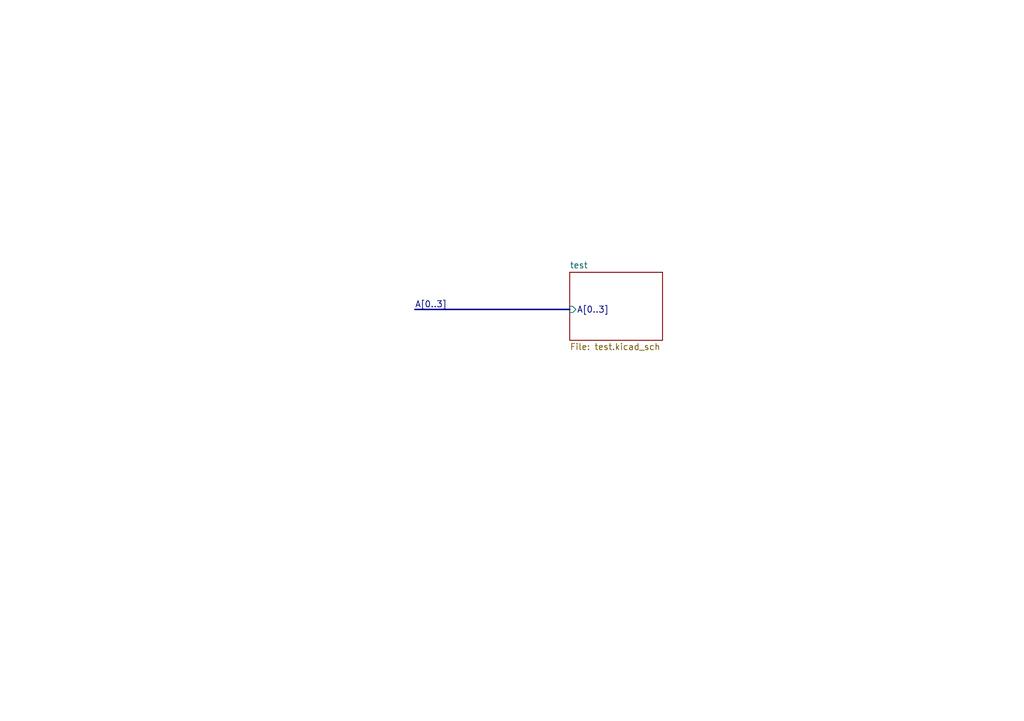
<source format=kicad_sch>
(kicad_sch
	(version 20231120)
	(generator "eeschema")
	(generator_version "8.0")
	(uuid "a762d6aa-3004-4a46-aea9-50946c64404d")
	(paper "A5")
	(lib_symbols)
	(bus
		(pts
			(xy 85.09 63.5) (xy 116.84 63.5)
		)
		(stroke
			(width 0)
			(type default)
		)
		(uuid "5f299d1f-167a-4453-8dda-a71a2e7358c0")
	)
	(label "A[0..3]"
		(at 85.09 63.5 0)
		(fields_autoplaced yes)
		(effects
			(font
				(size 1.27 1.27)
			)
			(justify left bottom)
		)
		(uuid "9de6d7de-3ec2-4598-a28c-3f8dc8deddfc")
	)
	(sheet
		(at 116.84 55.88)
		(size 19.05 13.97)
		(fields_autoplaced yes)
		(stroke
			(width 0.1524)
			(type solid)
		)
		(fill
			(color 0 0 0 0.0000)
		)
		(uuid "3a95e766-3c8c-4bb3-9c77-13854beaa270")
		(property "Sheetname" "test"
			(at 116.84 55.1684 0)
			(effects
				(font
					(size 1.27 1.27)
				)
				(justify left bottom)
			)
		)
		(property "Sheetfile" "test.kicad_sch"
			(at 116.84 70.4346 0)
			(effects
				(font
					(size 1.27 1.27)
				)
				(justify left top)
			)
		)
		(pin "A[0..3]" input
			(at 116.84 63.5 180)
			(effects
				(font
					(size 1.27 1.27)
				)
				(justify left)
			)
			(uuid "ae8a5931-853a-4934-b9ff-4848e3b8359e")
		)
		(instances
			(project "issue18606"
				(path "/a762d6aa-3004-4a46-aea9-50946c64404d"
					(page "2")
				)
			)
		)
	)
	(sheet_instances
		(path "/"
			(page "1")
		)
	)
)

</source>
